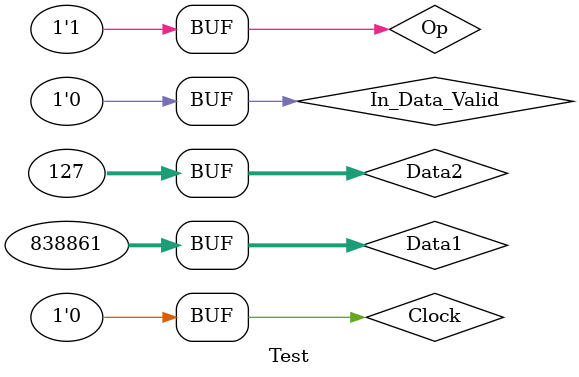
<source format=v>
module Test;

	// Inputs
	reg [31:0] Data1;
	reg [31:0] Data2;
	reg Clock;
	reg In_Data_Valid;
	reg Op;

	// Outputs
	wire [31:0] Data_Out;
	wire Out_Data_Valid;
	
	// Instantiate the Unit Under Test (UUT)
	FPU uut (
		.Data1(Data1),
        .Data2(Data2),
		.Clock(Clock),
		.In_Data_Valid(In_Data_Valid),
		.Op(Op),
		.Data_Out(Data_Out),
		.Out_Data_Valid(Out_Data_Valid)
	);
	// initial #20000 $finish;
	// Generating the Clock of 200ps
	initial 
		begin
			Clock=1'b0;
			repeat(100)
			#100 Clock = ~Clock;
		end

	initial begin
		// Initialize Inputs
		//Data1 = 0;
		//Data2 = 0;
		//In_Data_Valid = 0;
		
		
		// ADDITION CASES
		
		#600;
		In_Data_Valid = 1'b1;
        Data1=32'b00111111100011001100110011001101;//1.1
		Data2=32'b01000000000011001100110011001101;//2.2
		Op = 1'b0;
		//SUM=3.3000002  01000000010100110011001100110100
					  // 01000000010100110011001100110011
		$monitor("Output:  %b ",Data_Out);
		
		#200
		In_Data_Valid = 1'b0;		
		 
		#600
		In_Data_Valid = 1'b1;
		Data1=32'b00111111100011001100110011001101;//1.1
		Data2=32'b11000000000011001100110011001101;//-2.2
		Op = 1'b0;
		//SUM=-1.1  10111111100011001100110011001101
		//			10111111100011001100110011001110 
		$monitor("Output:  %b ",Data_Out);
		
		#200
		In_Data_Valid = 1'b0;	
		 
	    // #600 
	    // In_Data_Valid = 1'b1;
	    // Data1=32'b10111111100011001100110011001101;//-1.1
	    // Data2=32'b01000000000011001100110011001101;//2.2
	    // Op = 1'b0;
	    // //SUM=1.1 00111111100011001100110011001101
	    // //		  00111111100011001100110011001110 
	    // $monitor("Output:  %b ",Data_Out);
	   
	    // #200
	    // In_Data_Valid = 1'b0;	
	   
	    #600
	    In_Data_Valid = 1'b1;
	    Data1=32'b10111111100011001100110011001101;//-1.1
	    Data2=32'b00111111100011001100110011001101;//1.1
	    Op = 1'b0;
	    //SUM=0.0 10000000000000000000000000000000
	    //		  10000000000000000000000000000000 
	   
	    $monitor("Output:  %b ",Data_Out);
	   
	    #200
	    In_Data_Valid = 1'b0;	
	   
	    #600
	    In_Data_Valid = 1'b1;
	    Data1=32'b00000000000000000000000000000000;//0
	    Data2=32'b00111111100011001100110011001101;//1.1
	    Op = 1'b0;
	    //SUM=1.1 00111111100011001100110011001101
	    //		  00111111100011001100110011001101 
	    $monitor("Output:  %b ",Data_Out);
	   
	    #200
	    In_Data_Valid = 1'b0;	
	   
	    #600
	    In_Data_Valid = 1'b1;
	    Data1=32'b00000000000000000000000000000000;//0
	    Data2=32'b01111111100000000000000000000000;//Inf
	    Op = 1'b0;
	    //SUM=Inf 01111111100000000000000000000000
	    //		  01111111100000000000000000000000 
	    $monitor("Output:  %b ",Data_Out);
	   
	    #200
	    In_Data_Valid = 1'b0;	
	   
	    // #600
	    // In_Data_Valid = 1'b1;
	    // Data1=32'b00111111100011001100110011001101;//1.1
	    // Data2=32'b11111111111111111111111111111111;//NaN
	    // Op = 1'b0;
	    // //SUM=NaN 11111111111111111111111111111111
	    // //		  11111111111111111111111111111111 
	    // $monitor("Output:  %b ",Data_Out);
	   
	    // #200
	    // In_Data_Valid = 1'b0;	
	   
	    #600
	    In_Data_Valid = 1'b1;
	    Data1=32'b00000000000011001100110011001101;//1.175495E-39
	    Data2=32'b00000000000000000000000001111111;//1.78E-43
	    Op = 1'b0;
	    //SUM=1.175673E-39 0 00000000 00011001100110101001100
	    //				   
	    $monitor("Output:  %b ",Data_Out);
	   
	    #200
	    In_Data_Valid = 1'b0;	
		
		
		
		
		
		// MULTIPLICATION CASES
		
		// #600;
		// In_Data_Valid = 1'b1;
        // Data1=32'b00111111100011001100110011001101;//1.1
		// Data2=32'b01000000000011001100110011001101;//2.2
		// Op = 1'b1;
		// //MULT=2.42 01000000000110101110000101001000
		// //			01000000000110101110000101001000
			   
		// $monitor("Output:  %b ",Data_Out);
		
		// #200
		// In_Data_Valid = 1'b0;		
		
		#600
		In_Data_Valid = 1'b1;
		Data1=32'b00111111100011001100110011001101;//1.1
		Data2=32'b11000000000011001100110011001101;//-2.2
		Op = 1'b1;
		//MULT=-2.42  11000000000110101110000101001000
		//			  11000000000110101110000101001000 
		$monitor("Output:  %b ",Data_Out);
		
		#200
		In_Data_Valid = 1'b0;	
		
		#600 
		In_Data_Valid = 1'b1;
		Data1=32'b10111111100011001100110011001101;//-1.1
		Data2=32'b11000000000011001100110011001101;//-2.2
		Op = 1'b1;
		//MULT=2.42 01000000000110101110000101001000
		//			01000000000110101110000101001000
		$monitor("Output:  %b ",Data_Out);
		
		#200
		In_Data_Valid = 1'b0;	
		
		#600
		In_Data_Valid = 1'b1;
		Data1=32'b00000000000000000000000000000000;//0
		Data2=32'b00111111100011001100110011001101;//1.1
		Op = 1'b1;
		//MULT=0.0 00000000000000000000000000000000
		$monitor("Output:  %b ",Data_Out);
		
		#200
		In_Data_Valid = 1'b0;	
		
		#600
		In_Data_Valid = 1'b1;
		Data1=32'b00000000000000000000000000000000;//0
		Data2=32'b01111111100000000000000000000000;//Inf
		Op = 1'b1;
		//MULT=NaN 11111111111111111111111111111111
		$monitor("Output:  %b ",Data_Out);
		
		#200
		In_Data_Valid = 1'b0;

		#600
		In_Data_Valid = 1'b1;
		Data1=32'b00111111100011001100110011001101;//1.1
		Data2=32'b00000000000000000000000001111111;//1.78E-43
		//MULT=1.96E-43 00000000000000000000000010001100
		$monitor("Output:  %b ",Data_Out);
		
		#200
		In_Data_Valid = 1'b0;	
		
		#600
		In_Data_Valid = 1'b1;
		Data1=32'b00000000000011001100110011001101;//1.175495E-39
		Data2=32'b00000000000000000000000001111111;//1.78E-43
		Op = 1'b1;
		//MULT=0.0 00000000000000000000000000000000
		$monitor("Output:  %b ",Data_Out);
		
		#200
		In_Data_Valid = 1'b0;
			
		  
	end
      
endmodule

</source>
